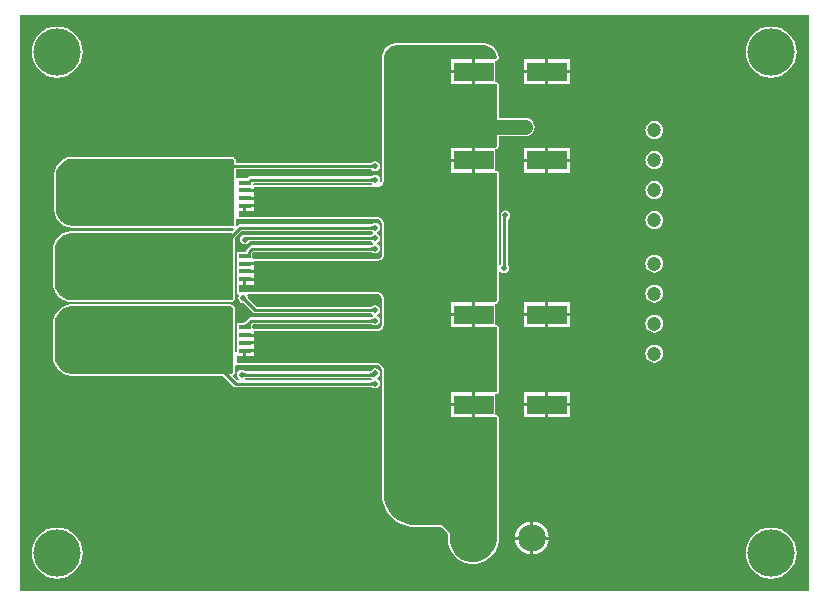
<source format=gtl>
G04*
G04 #@! TF.GenerationSoftware,Altium Limited,Altium Designer,20.0.12 (288)*
G04*
G04 Layer_Physical_Order=1*
G04 Layer_Color=255*
%FSLAX25Y25*%
%MOIN*%
G70*
G01*
G75*
%ADD11C,0.01000*%
%ADD12R,0.13386X0.06299*%
%ADD13R,0.03898X0.01595*%
%ADD14R,0.06791X0.08799*%
%ADD25C,0.05000*%
%ADD26C,0.04724*%
%ADD27C,0.15748*%
%ADD28O,0.09252X0.08858*%
%ADD29C,0.08858*%
%ADD30C,0.11811*%
%ADD31C,0.05000*%
%ADD32C,0.02000*%
G36*
X394500Y153500D02*
X131500D01*
Y345500D01*
X394500D01*
Y153500D01*
D02*
G37*
%LPC*%
G36*
X256771Y335996D02*
X256710Y335971D01*
X256645Y335985D01*
X255828Y335834D01*
X255772Y335797D01*
X255706Y335798D01*
X254934Y335490D01*
X254887Y335444D01*
X254821Y335431D01*
X254125Y334979D01*
X254087Y334924D01*
X254025Y334899D01*
X253431Y334319D01*
X253404Y334258D01*
X253348Y334222D01*
X252878Y333537D01*
X252865Y333472D01*
X252817Y333426D01*
X252510Y332712D01*
X252510Y332652D01*
X252475Y332604D01*
X252368Y332149D01*
X252380Y332072D01*
X252351Y332000D01*
X252350Y290532D01*
X252315Y290172D01*
X252028Y289479D01*
X251815Y289266D01*
X251706Y289274D01*
X251452Y289793D01*
X251507Y289876D01*
X251631Y290500D01*
X251507Y291124D01*
X251153Y291653D01*
X250624Y292007D01*
X250000Y292131D01*
X249376Y292007D01*
X248937Y291714D01*
X248916Y291707D01*
X248903Y291704D01*
X248891Y291703D01*
X248887Y291701D01*
X248878Y291699D01*
X248862Y291688D01*
X248855Y291686D01*
X248853Y291684D01*
X248832Y291678D01*
X248797Y291670D01*
X248756Y291663D01*
X248609Y291651D01*
X248522Y291649D01*
X248458Y291621D01*
X208535D01*
X208105Y291536D01*
X207742Y291293D01*
X207741Y291293D01*
X207346Y290897D01*
X204150D01*
X203951Y290897D01*
X203649Y291272D01*
Y293879D01*
X248449D01*
X248509Y293851D01*
X248695Y293844D01*
X248748Y293838D01*
X248797Y293830D01*
X248832Y293822D01*
X248853Y293816D01*
X248855Y293814D01*
X248862Y293812D01*
X248878Y293801D01*
X248887Y293799D01*
X248891Y293797D01*
X248903Y293796D01*
X248916Y293793D01*
X248937Y293786D01*
X249376Y293493D01*
X250000Y293369D01*
X250624Y293493D01*
X251153Y293847D01*
X251507Y294376D01*
X251631Y295000D01*
X251507Y295624D01*
X251153Y296153D01*
X250624Y296507D01*
X250000Y296631D01*
X249376Y296507D01*
X248937Y296214D01*
X248916Y296207D01*
X248903Y296204D01*
X248891Y296203D01*
X248887Y296201D01*
X248878Y296199D01*
X248862Y296188D01*
X248855Y296186D01*
X248853Y296184D01*
X248832Y296178D01*
X248797Y296170D01*
X248756Y296163D01*
X248609Y296151D01*
X248522Y296149D01*
X248458Y296122D01*
X203649D01*
Y296699D01*
X203600Y296818D01*
Y296947D01*
X203448Y297315D01*
X203356Y297406D01*
X203307Y297526D01*
X203026Y297807D01*
X202906Y297856D01*
X202815Y297948D01*
X202448Y298100D01*
X202318D01*
X202199Y298149D01*
X148909D01*
X148848Y298124D01*
X148782Y298137D01*
X147623Y297906D01*
X147568Y297869D01*
X147501D01*
X146409Y297417D01*
X146362Y297370D01*
X146297Y297357D01*
X145314Y296701D01*
X145277Y296645D01*
X145216Y296620D01*
X144380Y295784D01*
X144355Y295723D01*
X144299Y295686D01*
X143643Y294703D01*
X143630Y294638D01*
X143583Y294591D01*
X143131Y293499D01*
Y293432D01*
X143094Y293377D01*
X142863Y292218D01*
X142876Y292152D01*
X142851Y292091D01*
Y291500D01*
Y280409D01*
X142876Y280348D01*
X142863Y280282D01*
X143094Y279123D01*
X143131Y279068D01*
Y279001D01*
X143583Y277909D01*
X143630Y277862D01*
X143643Y277797D01*
X144299Y276814D01*
X144355Y276777D01*
X144380Y276716D01*
X145216Y275880D01*
X145277Y275855D01*
X145314Y275799D01*
X146297Y275143D01*
X146362Y275130D01*
X146409Y275083D01*
X147501Y274631D01*
X147568D01*
X147623Y274594D01*
X148782Y274363D01*
X148848Y274376D01*
X148909Y274351D01*
X202199D01*
X202318Y274400D01*
X202447D01*
X202719Y274513D01*
X203003Y274089D01*
X202207Y273293D01*
X202091Y273341D01*
X201961D01*
X201842Y273391D01*
X148552D01*
X148491Y273365D01*
X148425Y273378D01*
X147266Y273148D01*
X147211Y273111D01*
X147144D01*
X146053Y272658D01*
X146006Y272611D01*
X145940Y272598D01*
X144958Y271942D01*
X144921Y271886D01*
X144859Y271861D01*
X144024Y271025D01*
X143998Y270964D01*
X143943Y270927D01*
X143286Y269944D01*
X143273Y269879D01*
X143226Y269832D01*
X142774Y268740D01*
Y268673D01*
X142737Y268618D01*
X142506Y267459D01*
X142519Y267394D01*
X142494Y267332D01*
Y256241D01*
Y255650D01*
X142519Y255589D01*
X142506Y255524D01*
X142737Y254364D01*
X142774Y254309D01*
Y254243D01*
X143226Y253151D01*
X143273Y253104D01*
X143286Y253038D01*
X143943Y252056D01*
X143998Y252019D01*
X144024Y251957D01*
X144859Y251121D01*
X144921Y251096D01*
X144958Y251041D01*
X145940Y250384D01*
X146006Y250371D01*
X146053Y250324D01*
X147144Y249872D01*
X147211D01*
X147266Y249835D01*
X148425Y249604D01*
X148491Y249617D01*
X148552Y249592D01*
X201842D01*
X201961Y249641D01*
X202091D01*
X202458Y249794D01*
X202550Y249885D01*
X202669Y249934D01*
X202950Y250216D01*
X203000Y250335D01*
X203091Y250426D01*
X203243Y250794D01*
Y250923D01*
X203293Y251042D01*
Y271206D01*
X205465Y273378D01*
X248449D01*
X248509Y273351D01*
X248695Y273344D01*
X248748Y273338D01*
X248797Y273330D01*
X248832Y273322D01*
X248853Y273316D01*
X248855Y273314D01*
X248862Y273312D01*
X248878Y273301D01*
X248887Y273299D01*
X248891Y273297D01*
X248903Y273296D01*
X248916Y273293D01*
X248937Y273286D01*
X249348Y273011D01*
X249376Y272798D01*
Y272702D01*
X249348Y272489D01*
X248937Y272214D01*
X248916Y272207D01*
X248903Y272204D01*
X248891Y272203D01*
X248887Y272201D01*
X248878Y272199D01*
X248862Y272188D01*
X248855Y272186D01*
X248853Y272184D01*
X248832Y272178D01*
X248797Y272170D01*
X248756Y272163D01*
X248609Y272151D01*
X248522Y272149D01*
X248458Y272122D01*
X208013D01*
X207938Y272149D01*
X207305Y272122D01*
X207000D01*
X207000Y272122D01*
X206915Y272105D01*
X206784Y272099D01*
X206747Y272082D01*
X206500Y272131D01*
X205876Y272007D01*
X205346Y271654D01*
X204993Y271124D01*
X204869Y270500D01*
X204993Y269876D01*
X205346Y269346D01*
X205876Y268993D01*
X206500Y268869D01*
X207124Y268993D01*
X207653Y269346D01*
X207987Y269846D01*
X208024Y269849D01*
X208115Y269851D01*
X208150Y269866D01*
X208186Y269856D01*
X208224Y269879D01*
X248449D01*
X248509Y269851D01*
X248695Y269844D01*
X248748Y269838D01*
X248797Y269830D01*
X248832Y269822D01*
X248853Y269816D01*
X248855Y269814D01*
X248862Y269812D01*
X248878Y269801D01*
X248887Y269799D01*
X248891Y269797D01*
X248903Y269796D01*
X248916Y269793D01*
X248937Y269786D01*
X249348Y269511D01*
X249376Y269298D01*
Y269202D01*
X249348Y268989D01*
X248937Y268714D01*
X248916Y268707D01*
X248903Y268704D01*
X248891Y268703D01*
X248887Y268701D01*
X248878Y268699D01*
X248862Y268688D01*
X248855Y268686D01*
X248853Y268684D01*
X248832Y268678D01*
X248797Y268670D01*
X248756Y268663D01*
X248609Y268651D01*
X248522Y268649D01*
X248458Y268621D01*
X209035D01*
X209035Y268622D01*
X208605Y268536D01*
X208242Y268293D01*
X208242Y268293D01*
X207156Y267207D01*
X206913Y266843D01*
X206854Y266549D01*
X206831Y266496D01*
X203951D01*
Y263701D01*
Y261103D01*
Y258504D01*
Y255906D01*
X203951D01*
X203991Y255846D01*
X203851Y255506D01*
Y253000D01*
X204041Y252541D01*
X204403Y252391D01*
X204590Y252039D01*
X204644Y251851D01*
X204493Y251624D01*
X204369Y251000D01*
X204493Y250376D01*
X204847Y249847D01*
X205376Y249493D01*
X205893Y249390D01*
X205913Y249380D01*
X205924Y249373D01*
X205933Y249365D01*
X205938Y249364D01*
X205946Y249359D01*
X205965Y249355D01*
X205971Y249352D01*
X205973Y249352D01*
X205993Y249341D01*
X206024Y249322D01*
X206057Y249298D01*
X206170Y249202D01*
X206233Y249142D01*
X206297Y249117D01*
X209207Y246207D01*
X209571Y245964D01*
X210000Y245879D01*
X210000Y245879D01*
X248449D01*
X248509Y245851D01*
X248695Y245844D01*
X248748Y245838D01*
X248796Y245830D01*
X248832Y245822D01*
X248853Y245816D01*
X248855Y245814D01*
X248862Y245812D01*
X248878Y245801D01*
X248887Y245799D01*
X248891Y245797D01*
X248902Y245796D01*
X248916Y245793D01*
X248937Y245786D01*
X249348Y245511D01*
X249376Y245298D01*
Y245202D01*
X249348Y244989D01*
X248937Y244714D01*
X248916Y244707D01*
X248903Y244704D01*
X248891Y244703D01*
X248887Y244701D01*
X248878Y244699D01*
X248862Y244688D01*
X248855Y244686D01*
X248853Y244684D01*
X248832Y244678D01*
X248797Y244670D01*
X248756Y244663D01*
X248609Y244651D01*
X248522Y244649D01*
X248458Y244621D01*
X208705D01*
X208276Y244536D01*
X207912Y244293D01*
X207912Y244293D01*
X206901Y243283D01*
X206838Y243258D01*
X206707Y243134D01*
X206593Y243036D01*
X206483Y242953D01*
X206378Y242885D01*
X206280Y242829D01*
X206187Y242787D01*
X206101Y242756D01*
X206019Y242735D01*
X205942Y242723D01*
X205835Y242717D01*
X205784Y242692D01*
X203951D01*
Y239898D01*
Y237300D01*
Y232754D01*
X203793Y232665D01*
X203293Y232957D01*
Y247440D01*
X203243Y247559D01*
Y247689D01*
X203091Y248056D01*
X203000Y248148D01*
X202950Y248267D01*
X202669Y248548D01*
X202550Y248598D01*
X202458Y248689D01*
X202091Y248841D01*
X201961D01*
X201842Y248891D01*
X148552D01*
X148491Y248865D01*
X148425Y248878D01*
X147266Y248648D01*
X147211Y248611D01*
X147144D01*
X146053Y248158D01*
X146006Y248111D01*
X145940Y248098D01*
X144958Y247442D01*
X144921Y247386D01*
X144859Y247361D01*
X144024Y246525D01*
X143998Y246464D01*
X143943Y246427D01*
X143286Y245444D01*
X143273Y245379D01*
X143226Y245332D01*
X142774Y244240D01*
Y244173D01*
X142737Y244118D01*
X142506Y242959D01*
X142519Y242894D01*
X142494Y242832D01*
Y231741D01*
Y231150D01*
X142519Y231089D01*
X142506Y231024D01*
X142737Y229864D01*
X142774Y229809D01*
Y229743D01*
X143226Y228651D01*
X143273Y228604D01*
X143286Y228538D01*
X143943Y227556D01*
X143998Y227519D01*
X144024Y227457D01*
X144859Y226622D01*
X144921Y226596D01*
X144958Y226541D01*
X145940Y225884D01*
X146006Y225871D01*
X146053Y225824D01*
X147144Y225372D01*
X147211D01*
X147266Y225335D01*
X148425Y225104D01*
X148491Y225117D01*
X148552Y225092D01*
X199322D01*
X202707Y221707D01*
X202707Y221707D01*
X203071Y221464D01*
X203500Y221378D01*
X248449D01*
X248509Y221351D01*
X248695Y221344D01*
X248748Y221338D01*
X248797Y221330D01*
X248832Y221322D01*
X248853Y221316D01*
X248855Y221314D01*
X248862Y221312D01*
X248878Y221301D01*
X248887Y221299D01*
X248891Y221297D01*
X248903Y221296D01*
X248916Y221293D01*
X248937Y221286D01*
X249376Y220993D01*
X250000Y220869D01*
X250624Y220993D01*
X251153Y221346D01*
X251507Y221876D01*
X251631Y222500D01*
X251507Y223124D01*
X251153Y223654D01*
X250652Y223989D01*
X250624Y224202D01*
Y224298D01*
X250652Y224511D01*
X251153Y224847D01*
X251507Y225376D01*
X251631Y226000D01*
X251507Y226624D01*
X251153Y227153D01*
X250624Y227507D01*
X250000Y227631D01*
X249376Y227507D01*
X248847Y227153D01*
X248513Y226654D01*
X248476Y226651D01*
X248385Y226649D01*
X248350Y226634D01*
X248314Y226644D01*
X248276Y226622D01*
X207051D01*
X206991Y226649D01*
X206805Y226656D01*
X206752Y226662D01*
X206703Y226670D01*
X206668Y226678D01*
X206647Y226684D01*
X206645Y226686D01*
X206638Y226688D01*
X206622Y226699D01*
X206613Y226701D01*
X206609Y226703D01*
X206597Y226704D01*
X206584Y226707D01*
X206563Y226714D01*
X206124Y227007D01*
X205500Y227131D01*
X204876Y227007D01*
X204346Y226654D01*
X203993Y226124D01*
X203869Y225500D01*
X203993Y224876D01*
X204346Y224346D01*
X204683Y224121D01*
X204531Y223622D01*
X203965D01*
X202663Y224923D01*
X202669Y225434D01*
X202950Y225716D01*
X203000Y225835D01*
X203091Y225926D01*
X203243Y226294D01*
Y226423D01*
X203293Y226542D01*
Y228386D01*
X203793Y228686D01*
X204000Y228601D01*
X226750D01*
X250468Y228601D01*
X250828Y228565D01*
X251521Y228278D01*
X252028Y227771D01*
X252315Y227078D01*
X252351Y226716D01*
X252351Y219000D01*
X252351Y185500D01*
X252350Y184515D01*
X252376Y184454D01*
X252363Y184388D01*
X252747Y182456D01*
X252784Y182401D01*
Y182335D01*
X253538Y180515D01*
X253585Y180468D01*
X253598Y180402D01*
X254692Y178765D01*
X254748Y178728D01*
X254773Y178666D01*
X256166Y177273D01*
X256227Y177248D01*
X256264Y177192D01*
X257902Y176098D01*
X257967Y176085D01*
X258015Y176038D01*
X259835Y175284D01*
X259901D01*
X259956Y175247D01*
X261888Y174863D01*
X261953Y174876D01*
X262015Y174850D01*
X263000Y174851D01*
X270484Y174850D01*
X270861Y174832D01*
X271617Y174682D01*
X272314Y174393D01*
X272941Y173974D01*
X273474Y173441D01*
X273893Y172814D01*
X274182Y172117D01*
X274332Y171361D01*
X274350Y170985D01*
X274351Y170985D01*
Y169761D01*
X274376Y169700D01*
X274363Y169635D01*
X274651Y168186D01*
X274688Y168130D01*
Y168064D01*
X275254Y166699D01*
X275301Y166652D01*
X275314Y166587D01*
X276134Y165358D01*
X276190Y165321D01*
X276215Y165260D01*
X277260Y164215D01*
X277321Y164190D01*
X277358Y164134D01*
X278587Y163314D01*
X278652Y163301D01*
X278699Y163254D01*
X280064Y162688D01*
X280130D01*
X280186Y162651D01*
X281635Y162363D01*
X281700Y162376D01*
X281761Y162351D01*
X283288D01*
X283349Y162376D01*
X283415Y162363D01*
X284960Y162671D01*
X285016Y162707D01*
X285082D01*
X286538Y163311D01*
X286585Y163357D01*
X286650Y163371D01*
X287961Y164246D01*
X287998Y164301D01*
X288059Y164327D01*
X289173Y165441D01*
X289199Y165503D01*
X289254Y165540D01*
X290129Y166850D01*
X290142Y166915D01*
X290190Y166962D01*
X290793Y168418D01*
Y168484D01*
X290829Y168540D01*
X291137Y170085D01*
X291124Y170151D01*
X291149Y170212D01*
Y171000D01*
Y210855D01*
X291146Y210863D01*
X291149Y210871D01*
X291137Y211366D01*
X291040Y211586D01*
X290947Y211810D01*
X290940Y211813D01*
X290936Y211820D01*
X290711Y211907D01*
X290488Y212000D01*
X290088Y212000D01*
Y219000D01*
X290488Y219000D01*
X290711Y219093D01*
X290936Y219180D01*
X290940Y219187D01*
X290947Y219190D01*
X291040Y219413D01*
X291137Y219634D01*
X291149Y220129D01*
X291146Y220137D01*
X291149Y220145D01*
Y221000D01*
Y240855D01*
X291146Y240863D01*
X291149Y240871D01*
X291137Y241366D01*
X291040Y241586D01*
X290947Y241810D01*
X290940Y241813D01*
X290936Y241820D01*
X290711Y241907D01*
X290488Y242000D01*
X290088Y242000D01*
Y249037D01*
X290229Y249095D01*
X290457Y249188D01*
X290957Y249683D01*
X290958Y249685D01*
X290959Y249686D01*
X291054Y249913D01*
X291149Y250142D01*
X291149Y250143D01*
X291149Y250145D01*
Y259990D01*
X291649Y260141D01*
X291846Y259846D01*
X292376Y259493D01*
X293000Y259369D01*
X293624Y259493D01*
X294153Y259846D01*
X294507Y260376D01*
X294631Y261000D01*
X294507Y261624D01*
X294214Y262063D01*
X294207Y262084D01*
X294204Y262098D01*
X294203Y262109D01*
X294201Y262113D01*
X294199Y262122D01*
X294188Y262138D01*
X294186Y262145D01*
X294184Y262147D01*
X294178Y262168D01*
X294170Y262204D01*
X294163Y262244D01*
X294151Y262391D01*
X294149Y262478D01*
X294122Y262542D01*
Y276926D01*
X294149Y276989D01*
X294151Y277080D01*
X294156Y277140D01*
X294162Y277184D01*
X294164Y277192D01*
X294543Y277445D01*
X294897Y277974D01*
X295021Y278598D01*
X294897Y279223D01*
X294543Y279752D01*
X294014Y280106D01*
X293389Y280230D01*
X292765Y280106D01*
X292699Y280062D01*
X292571Y280036D01*
X292207Y279793D01*
X291964Y279429D01*
X291940Y279309D01*
X291882Y279223D01*
X291758Y278598D01*
X291833Y278222D01*
X291818Y278181D01*
X291851Y277509D01*
X291879Y277452D01*
Y277356D01*
X291878Y277354D01*
X291879Y277353D01*
Y262551D01*
X291851Y262491D01*
X291844Y262305D01*
X291843Y262297D01*
X291757Y262189D01*
X291649Y262105D01*
X291350Y262183D01*
X291283Y262223D01*
X291149Y262388D01*
Y292355D01*
X291146Y292363D01*
X291149Y292371D01*
X291137Y292866D01*
X291040Y293087D01*
X290947Y293310D01*
X290940Y293313D01*
X290936Y293320D01*
X290711Y293408D01*
X290488Y293500D01*
X290088Y293500D01*
Y300537D01*
X290228Y300595D01*
X290457Y300688D01*
X290957Y301183D01*
X290958Y301185D01*
X290959Y301185D01*
X291054Y301414D01*
X291149Y301642D01*
X291149Y301643D01*
X291149Y301645D01*
Y304873D01*
X300000D01*
X300809Y304980D01*
X301563Y305292D01*
X302211Y305789D01*
X302708Y306437D01*
X303020Y307191D01*
X303127Y308000D01*
X303020Y308809D01*
X302708Y309563D01*
X302211Y310211D01*
X301563Y310708D01*
X300809Y311020D01*
X300000Y311127D01*
X291149D01*
X291149Y321855D01*
X291146Y321863D01*
X291149Y321871D01*
X291137Y322366D01*
X291040Y322587D01*
X290947Y322810D01*
X290940Y322813D01*
X290936Y322820D01*
X290711Y322907D01*
X290488Y323000D01*
X290088Y323000D01*
Y330009D01*
X290293Y330094D01*
X290521Y330185D01*
X291006Y330658D01*
X291012Y330672D01*
X291026Y330678D01*
X291109Y330898D01*
X291202Y331115D01*
X291196Y331129D01*
X291202Y331143D01*
X291195Y331362D01*
X291168Y331422D01*
X291179Y331488D01*
X290976Y332363D01*
X290937Y332417D01*
X290935Y332484D01*
X290565Y333303D01*
X290517Y333349D01*
X290502Y333414D01*
X289980Y334145D01*
X289923Y334180D01*
X289896Y334241D01*
X289241Y334856D01*
X289179Y334879D01*
X289140Y334934D01*
X288377Y335409D01*
X288312Y335420D01*
X288263Y335466D01*
X287435Y335779D01*
X287370Y335777D01*
X287316Y335811D01*
X286865Y335889D01*
X286863Y335889D01*
X286861Y335890D01*
X286857Y335891D01*
X286802Y335878D01*
X286750Y335899D01*
X258068Y335899D01*
X257729Y335971D01*
X257663Y335959D01*
X257602Y335985D01*
X256771Y335996D01*
D02*
G37*
G36*
X314898Y330650D02*
X307705D01*
Y327000D01*
X314898D01*
Y330650D01*
D02*
G37*
G36*
X306705D02*
X299512D01*
Y327000D01*
X306705D01*
Y330650D01*
D02*
G37*
G36*
X382000Y341515D02*
X380339Y341351D01*
X378741Y340867D01*
X377269Y340080D01*
X375979Y339021D01*
X374920Y337731D01*
X374133Y336259D01*
X373649Y334661D01*
X373485Y333000D01*
X373649Y331339D01*
X374133Y329741D01*
X374920Y328269D01*
X375979Y326979D01*
X377269Y325920D01*
X378741Y325133D01*
X380339Y324649D01*
X382000Y324485D01*
X383661Y324649D01*
X385259Y325133D01*
X386731Y325920D01*
X388021Y326979D01*
X389080Y328269D01*
X389867Y329741D01*
X390351Y331339D01*
X390515Y333000D01*
X390351Y334661D01*
X389867Y336259D01*
X389080Y337731D01*
X388021Y339021D01*
X386731Y340080D01*
X385259Y340867D01*
X383661Y341351D01*
X382000Y341515D01*
D02*
G37*
G36*
X144000D02*
X142339Y341351D01*
X140742Y340867D01*
X139269Y340080D01*
X137979Y339021D01*
X136920Y337731D01*
X136133Y336259D01*
X135649Y334661D01*
X135485Y333000D01*
X135649Y331339D01*
X136133Y329741D01*
X136920Y328269D01*
X137979Y326979D01*
X139269Y325920D01*
X140742Y325133D01*
X142339Y324649D01*
X144000Y324485D01*
X145661Y324649D01*
X147258Y325133D01*
X148731Y325920D01*
X150021Y326979D01*
X151080Y328269D01*
X151867Y329741D01*
X152351Y331339D01*
X152515Y333000D01*
X152351Y334661D01*
X151867Y336259D01*
X151080Y337731D01*
X150021Y339021D01*
X148731Y340080D01*
X147258Y340867D01*
X145661Y341351D01*
X144000Y341515D01*
D02*
G37*
G36*
X314898Y326000D02*
X307705D01*
Y322350D01*
X314898D01*
Y326000D01*
D02*
G37*
G36*
X306705D02*
X299512D01*
Y322350D01*
X306705D01*
Y326000D01*
D02*
G37*
G36*
X343000Y309988D02*
X342227Y309886D01*
X341506Y309588D01*
X340887Y309113D01*
X340412Y308494D01*
X340114Y307773D01*
X340012Y307000D01*
X340114Y306227D01*
X340412Y305506D01*
X340887Y304887D01*
X341506Y304413D01*
X342227Y304114D01*
X343000Y304012D01*
X343773Y304114D01*
X344494Y304413D01*
X345113Y304887D01*
X345587Y305506D01*
X345886Y306227D01*
X345988Y307000D01*
X345886Y307773D01*
X345587Y308494D01*
X345113Y309113D01*
X344494Y309588D01*
X343773Y309886D01*
X343000Y309988D01*
D02*
G37*
G36*
X314898Y301150D02*
X307705D01*
Y297500D01*
X314898D01*
Y301150D01*
D02*
G37*
G36*
X306705D02*
X299512D01*
Y297500D01*
X306705D01*
Y301150D01*
D02*
G37*
G36*
X343000Y299988D02*
X342227Y299886D01*
X341506Y299587D01*
X340887Y299113D01*
X340412Y298494D01*
X340114Y297773D01*
X340012Y297000D01*
X340114Y296227D01*
X340412Y295506D01*
X340887Y294887D01*
X341506Y294412D01*
X342227Y294114D01*
X343000Y294012D01*
X343773Y294114D01*
X344494Y294412D01*
X345113Y294887D01*
X345587Y295506D01*
X345886Y296227D01*
X345988Y297000D01*
X345886Y297773D01*
X345587Y298494D01*
X345113Y299113D01*
X344494Y299587D01*
X343773Y299886D01*
X343000Y299988D01*
D02*
G37*
G36*
X314898Y296500D02*
X307705D01*
Y292850D01*
X314898D01*
Y296500D01*
D02*
G37*
G36*
X306705D02*
X299512D01*
Y292850D01*
X306705D01*
Y296500D01*
D02*
G37*
G36*
X343000Y289988D02*
X342227Y289886D01*
X341506Y289587D01*
X340887Y289113D01*
X340412Y288494D01*
X340114Y287773D01*
X340012Y287000D01*
X340114Y286227D01*
X340412Y285506D01*
X340887Y284887D01*
X341506Y284413D01*
X342227Y284114D01*
X343000Y284012D01*
X343773Y284114D01*
X344494Y284413D01*
X345113Y284887D01*
X345587Y285506D01*
X345886Y286227D01*
X345988Y287000D01*
X345886Y287773D01*
X345587Y288494D01*
X345113Y289113D01*
X344494Y289587D01*
X343773Y289886D01*
X343000Y289988D01*
D02*
G37*
G36*
Y279988D02*
X342227Y279886D01*
X341506Y279588D01*
X340887Y279113D01*
X340412Y278494D01*
X340114Y277773D01*
X340012Y277000D01*
X340114Y276227D01*
X340412Y275506D01*
X340887Y274887D01*
X341506Y274412D01*
X342227Y274114D01*
X343000Y274012D01*
X343773Y274114D01*
X344494Y274412D01*
X345113Y274887D01*
X345587Y275506D01*
X345886Y276227D01*
X345988Y277000D01*
X345886Y277773D01*
X345587Y278494D01*
X345113Y279113D01*
X344494Y279588D01*
X343773Y279886D01*
X343000Y279988D01*
D02*
G37*
G36*
Y265488D02*
X342227Y265386D01*
X341506Y265088D01*
X340887Y264613D01*
X340412Y263994D01*
X340114Y263273D01*
X340012Y262500D01*
X340114Y261727D01*
X340412Y261006D01*
X340887Y260387D01*
X341506Y259912D01*
X342227Y259614D01*
X343000Y259512D01*
X343773Y259614D01*
X344494Y259912D01*
X345113Y260387D01*
X345587Y261006D01*
X345886Y261727D01*
X345988Y262500D01*
X345886Y263273D01*
X345587Y263994D01*
X345113Y264613D01*
X344494Y265088D01*
X343773Y265386D01*
X343000Y265488D01*
D02*
G37*
G36*
Y255488D02*
X342227Y255386D01*
X341506Y255087D01*
X340887Y254613D01*
X340412Y253994D01*
X340114Y253273D01*
X340012Y252500D01*
X340114Y251727D01*
X340412Y251006D01*
X340887Y250387D01*
X341506Y249913D01*
X342227Y249614D01*
X343000Y249512D01*
X343773Y249614D01*
X344494Y249913D01*
X345113Y250387D01*
X345587Y251006D01*
X345886Y251727D01*
X345988Y252500D01*
X345886Y253273D01*
X345587Y253994D01*
X345113Y254613D01*
X344494Y255087D01*
X343773Y255386D01*
X343000Y255488D01*
D02*
G37*
G36*
X314898Y249650D02*
X307705D01*
Y246000D01*
X314898D01*
Y249650D01*
D02*
G37*
G36*
X306705D02*
X299512D01*
Y246000D01*
X306705D01*
Y249650D01*
D02*
G37*
G36*
X314898Y245000D02*
X307705D01*
Y241350D01*
X314898D01*
Y245000D01*
D02*
G37*
G36*
X306705D02*
X299512D01*
Y241350D01*
X306705D01*
Y245000D01*
D02*
G37*
G36*
X343000Y245488D02*
X342227Y245386D01*
X341506Y245088D01*
X340887Y244613D01*
X340412Y243994D01*
X340114Y243273D01*
X340012Y242500D01*
X340114Y241727D01*
X340412Y241006D01*
X340887Y240387D01*
X341506Y239913D01*
X342227Y239614D01*
X343000Y239512D01*
X343773Y239614D01*
X344494Y239913D01*
X345113Y240387D01*
X345587Y241006D01*
X345886Y241727D01*
X345988Y242500D01*
X345886Y243273D01*
X345587Y243994D01*
X345113Y244613D01*
X344494Y245088D01*
X343773Y245386D01*
X343000Y245488D01*
D02*
G37*
G36*
Y235488D02*
X342227Y235386D01*
X341506Y235087D01*
X340887Y234613D01*
X340412Y233994D01*
X340114Y233273D01*
X340012Y232500D01*
X340114Y231727D01*
X340412Y231006D01*
X340887Y230387D01*
X341506Y229912D01*
X342227Y229614D01*
X343000Y229512D01*
X343773Y229614D01*
X344494Y229912D01*
X345113Y230387D01*
X345587Y231006D01*
X345886Y231727D01*
X345988Y232500D01*
X345886Y233273D01*
X345587Y233994D01*
X345113Y234613D01*
X344494Y235087D01*
X343773Y235386D01*
X343000Y235488D01*
D02*
G37*
G36*
X314898Y219650D02*
X307705D01*
Y216000D01*
X314898D01*
Y219650D01*
D02*
G37*
G36*
X306705D02*
X299512D01*
Y216000D01*
X306705D01*
Y219650D01*
D02*
G37*
G36*
X314898Y215000D02*
X307705D01*
Y211350D01*
X314898D01*
Y215000D01*
D02*
G37*
G36*
X306705D02*
X299512D01*
Y211350D01*
X306705D01*
Y215000D01*
D02*
G37*
G36*
X302685Y176436D02*
Y171500D01*
X307792D01*
X307671Y172417D01*
X307124Y173738D01*
X306254Y174872D01*
X305120Y175742D01*
X303799Y176289D01*
X302685Y176436D01*
D02*
G37*
G36*
X301685D02*
X300571Y176289D01*
X299250Y175742D01*
X298116Y174872D01*
X297246Y173738D01*
X296699Y172417D01*
X296578Y171500D01*
X301685D01*
Y176436D01*
D02*
G37*
G36*
Y170500D02*
X296578D01*
X296699Y169583D01*
X297246Y168262D01*
X298116Y167128D01*
X299250Y166258D01*
X300571Y165711D01*
X301685Y165564D01*
Y170500D01*
D02*
G37*
G36*
X307792D02*
X302685D01*
Y165564D01*
X303799Y165711D01*
X305120Y166258D01*
X306254Y167128D01*
X307124Y168262D01*
X307671Y169583D01*
X307792Y170500D01*
D02*
G37*
G36*
X382000Y174515D02*
X380339Y174351D01*
X378741Y173867D01*
X377269Y173080D01*
X375979Y172021D01*
X374920Y170731D01*
X374133Y169258D01*
X373649Y167661D01*
X373485Y166000D01*
X373649Y164339D01*
X374133Y162741D01*
X374920Y161269D01*
X375979Y159979D01*
X377269Y158920D01*
X378741Y158133D01*
X380339Y157649D01*
X382000Y157485D01*
X383661Y157649D01*
X385259Y158133D01*
X386731Y158920D01*
X388021Y159979D01*
X389080Y161269D01*
X389867Y162741D01*
X390351Y164339D01*
X390515Y166000D01*
X390351Y167661D01*
X389867Y169258D01*
X389080Y170731D01*
X388021Y172021D01*
X386731Y173080D01*
X385259Y173867D01*
X383661Y174351D01*
X382000Y174515D01*
D02*
G37*
G36*
X144000D02*
X142339Y174351D01*
X140742Y173867D01*
X139269Y173080D01*
X137979Y172021D01*
X136920Y170731D01*
X136133Y169258D01*
X135649Y167661D01*
X135485Y166000D01*
X135649Y164339D01*
X136133Y162741D01*
X136920Y161269D01*
X137979Y159979D01*
X139269Y158920D01*
X140742Y158133D01*
X142339Y157649D01*
X144000Y157485D01*
X145661Y157649D01*
X147258Y158133D01*
X148731Y158920D01*
X150021Y159979D01*
X151080Y161269D01*
X151867Y162741D01*
X152351Y164339D01*
X152515Y166000D01*
X152351Y167661D01*
X151867Y169258D01*
X151080Y170731D01*
X150021Y172021D01*
X148731Y173080D01*
X147258Y173867D01*
X145661Y174351D01*
X144000Y174515D01*
D02*
G37*
%LPD*%
G36*
X249286Y294300D02*
X249243Y294338D01*
X249193Y294372D01*
X249136Y294402D01*
X249072Y294428D01*
X249000Y294450D01*
X248921Y294468D01*
X248835Y294482D01*
X248742Y294492D01*
X248534Y294500D01*
Y295500D01*
X248642Y295502D01*
X248835Y295518D01*
X248921Y295532D01*
X249000Y295550D01*
X249072Y295572D01*
X249136Y295598D01*
X249193Y295628D01*
X249243Y295662D01*
X249286Y295700D01*
Y294300D01*
D02*
G37*
G36*
Y289800D02*
X249243Y289838D01*
X249193Y289872D01*
X249136Y289902D01*
X249072Y289928D01*
X249000Y289950D01*
X248921Y289968D01*
X248835Y289982D01*
X248742Y289992D01*
X248534Y290000D01*
Y291000D01*
X248642Y291002D01*
X248835Y291018D01*
X248921Y291032D01*
X249000Y291050D01*
X249072Y291072D01*
X249136Y291098D01*
X249193Y291128D01*
X249243Y291162D01*
X249286Y291200D01*
Y289800D01*
D02*
G37*
G36*
X248509Y289351D02*
X248695Y289344D01*
X248703Y289343D01*
X248811Y289257D01*
X248895Y289149D01*
X248817Y288849D01*
X248777Y288783D01*
X248611Y288649D01*
X209449D01*
X209106Y288878D01*
X209103Y289021D01*
X209453Y289378D01*
X248449D01*
X248509Y289351D01*
D02*
G37*
G36*
X293756Y277668D02*
X293707Y277643D01*
X293664Y277609D01*
X293625Y277566D01*
X293592Y277514D01*
X293564Y277452D01*
X293541Y277381D01*
X293523Y277301D01*
X293510Y277211D01*
X293503Y277113D01*
X293500Y277005D01*
X292500Y277541D01*
X292466Y278213D01*
X293756Y277668D01*
D02*
G37*
G36*
X202567Y297348D02*
X202848Y297066D01*
X203000Y296699D01*
Y296500D01*
Y276000D01*
Y275801D01*
X202848Y275433D01*
X202567Y275152D01*
X202199Y275000D01*
X148909D01*
X147750Y275231D01*
X146658Y275683D01*
X145675Y276340D01*
X144840Y277175D01*
X144183Y278158D01*
X143731Y279250D01*
X143500Y280409D01*
Y281000D01*
Y291500D01*
Y292091D01*
X143731Y293250D01*
X144183Y294342D01*
X144840Y295325D01*
X145675Y296161D01*
X146658Y296817D01*
X147750Y297269D01*
X148909Y297500D01*
X202199D01*
X202567Y297348D01*
D02*
G37*
G36*
X249286Y273800D02*
X249243Y273838D01*
X249193Y273872D01*
X249136Y273902D01*
X249072Y273928D01*
X249000Y273950D01*
X248921Y273968D01*
X248835Y273982D01*
X248742Y273992D01*
X248534Y274000D01*
Y275000D01*
X248642Y275002D01*
X248835Y275018D01*
X248921Y275032D01*
X249000Y275050D01*
X249072Y275072D01*
X249136Y275098D01*
X249193Y275128D01*
X249243Y275162D01*
X249286Y275200D01*
Y273800D01*
D02*
G37*
G36*
Y270300D02*
X249243Y270338D01*
X249193Y270372D01*
X249136Y270402D01*
X249072Y270428D01*
X249000Y270450D01*
X248921Y270468D01*
X248835Y270482D01*
X248742Y270492D01*
X248534Y270500D01*
Y271500D01*
X248642Y271502D01*
X248835Y271518D01*
X248921Y271532D01*
X249000Y271550D01*
X249072Y271572D01*
X249136Y271598D01*
X249193Y271628D01*
X249243Y271662D01*
X249286Y271700D01*
Y270300D01*
D02*
G37*
G36*
X208100Y270500D02*
X207992Y270497D01*
X207893Y270490D01*
X207805Y270478D01*
X207727Y270460D01*
X207658Y270438D01*
X207600Y270410D01*
X207552Y270378D01*
X207514Y270340D01*
X207486Y270298D01*
X207469Y270251D01*
X206811Y271450D01*
X207966Y271500D01*
X208100Y270500D01*
D02*
G37*
G36*
X249286Y266800D02*
X249243Y266838D01*
X249193Y266872D01*
X249136Y266902D01*
X249072Y266928D01*
X249000Y266950D01*
X248921Y266968D01*
X248835Y266982D01*
X248742Y266992D01*
X248534Y267000D01*
Y268000D01*
X248642Y268002D01*
X248835Y268018D01*
X248921Y268032D01*
X249000Y268050D01*
X249072Y268072D01*
X249136Y268098D01*
X249193Y268128D01*
X249243Y268162D01*
X249286Y268200D01*
Y266800D01*
D02*
G37*
G36*
X208437Y265884D02*
X207418Y265872D01*
X207424Y265877D01*
X207429Y265894D01*
X207434Y265921D01*
X207438Y265959D01*
X207446Y266138D01*
X207449Y266414D01*
X208449D01*
X208437Y265884D01*
D02*
G37*
G36*
X204500Y277351D02*
X250468Y277350D01*
X250828Y277315D01*
X251521Y277028D01*
X252028Y276521D01*
X252315Y275828D01*
X252351Y275468D01*
Y265532D01*
X252325Y265269D01*
X252112Y264757D01*
X251743Y264388D01*
X251231Y264175D01*
X250968Y264149D01*
X209449D01*
X209049Y264417D01*
Y265287D01*
X209070Y265396D01*
Y265833D01*
X209086Y265869D01*
X209088Y265968D01*
X209499Y266378D01*
X248449D01*
X248509Y266351D01*
X248695Y266344D01*
X248748Y266338D01*
X248797Y266330D01*
X248832Y266322D01*
X248853Y266316D01*
X248855Y266314D01*
X248862Y266312D01*
X248878Y266301D01*
X248887Y266299D01*
X248891Y266297D01*
X248903Y266296D01*
X248916Y266293D01*
X248937Y266286D01*
X249376Y265993D01*
X250000Y265869D01*
X250624Y265993D01*
X251153Y266347D01*
X251507Y266876D01*
X251631Y267500D01*
X251507Y268124D01*
X251153Y268653D01*
X250652Y268989D01*
X250624Y269202D01*
Y269298D01*
X250652Y269511D01*
X251153Y269847D01*
X251507Y270376D01*
X251631Y271000D01*
X251507Y271624D01*
X251153Y272153D01*
X250652Y272489D01*
X250624Y272702D01*
Y272798D01*
X250652Y273011D01*
X251153Y273346D01*
X251507Y273876D01*
X251631Y274500D01*
X251507Y275124D01*
X251153Y275654D01*
X250624Y276007D01*
X250000Y276131D01*
X249376Y276007D01*
X248937Y275714D01*
X248916Y275707D01*
X248903Y275704D01*
X248891Y275703D01*
X248887Y275701D01*
X248878Y275699D01*
X248862Y275688D01*
X248855Y275686D01*
X248853Y275684D01*
X248832Y275678D01*
X248797Y275670D01*
X248756Y275663D01*
X248609Y275651D01*
X248522Y275649D01*
X248458Y275622D01*
X205000D01*
X205000Y275622D01*
X204571Y275536D01*
X204207Y275293D01*
X203984Y275172D01*
X203590Y275528D01*
X203600Y275553D01*
Y275682D01*
X203649Y275801D01*
Y277279D01*
X204150Y277496D01*
X204500Y277351D01*
D02*
G37*
G36*
X293502Y262358D02*
X293518Y262165D01*
X293532Y262079D01*
X293550Y262000D01*
X293572Y261929D01*
X293598Y261864D01*
X293628Y261807D01*
X293662Y261757D01*
X293700Y261714D01*
X292300D01*
X292338Y261757D01*
X292372Y261807D01*
X292402Y261864D01*
X292428Y261929D01*
X292450Y262000D01*
X292468Y262079D01*
X292482Y262165D01*
X292492Y262258D01*
X292500Y262466D01*
X293500D01*
X293502Y262358D01*
D02*
G37*
G36*
X202210Y272589D02*
X202491Y272308D01*
X202643Y271940D01*
Y271741D01*
X202643Y271741D01*
X202643D01*
Y251042D01*
X202491Y250675D01*
X202210Y250394D01*
X201842Y250241D01*
X148552D01*
X147393Y250472D01*
X146301Y250924D01*
X145318Y251581D01*
X144483Y252416D01*
X143826Y253399D01*
X143374Y254491D01*
X143143Y255650D01*
Y256241D01*
X143143Y256241D01*
X143143Y256241D01*
Y267332D01*
X143374Y268491D01*
X143826Y269583D01*
X144483Y270566D01*
X145318Y271402D01*
X146301Y272058D01*
X147393Y272511D01*
X148552Y272741D01*
X201842D01*
X202210Y272589D01*
D02*
G37*
G36*
X207003Y250933D02*
X207015Y250873D01*
X207034Y250812D01*
X207061Y250748D01*
X207096Y250682D01*
X207139Y250613D01*
X207190Y250543D01*
X207249Y250470D01*
X207390Y250317D01*
X206683Y249610D01*
X206606Y249685D01*
X206457Y249810D01*
X206387Y249861D01*
X206318Y249904D01*
X206252Y249939D01*
X206188Y249966D01*
X206126Y249985D01*
X206067Y249997D01*
X206010Y250000D01*
X207000Y250990D01*
X207003Y250933D01*
D02*
G37*
G36*
X249286Y246300D02*
X249243Y246338D01*
X249193Y246372D01*
X249136Y246402D01*
X249072Y246428D01*
X249000Y246450D01*
X248921Y246468D01*
X248835Y246482D01*
X248742Y246492D01*
X248534Y246500D01*
X248534Y247500D01*
X248642Y247502D01*
X248835Y247518D01*
X248921Y247532D01*
X249000Y247550D01*
X249072Y247572D01*
X249136Y247598D01*
X249193Y247628D01*
X249243Y247662D01*
X249286Y247700D01*
X249286Y246300D01*
D02*
G37*
G36*
X249286Y242800D02*
X249243Y242838D01*
X249193Y242872D01*
X249136Y242902D01*
X249072Y242928D01*
X249000Y242950D01*
X248921Y242968D01*
X248835Y242982D01*
X248742Y242992D01*
X248534Y243000D01*
Y244000D01*
X248642Y244002D01*
X248835Y244018D01*
X248921Y244032D01*
X249000Y244050D01*
X249072Y244072D01*
X249136Y244098D01*
X249193Y244128D01*
X249243Y244162D01*
X249286Y244200D01*
Y242800D01*
D02*
G37*
G36*
X208649Y242733D02*
X208605Y242675D01*
X208565Y242614D01*
X208531Y242548D01*
X208503Y242479D01*
X208479Y242407D01*
X208460Y242331D01*
X208447Y242251D01*
X208439Y242168D01*
X208437Y242080D01*
X205871Y242069D01*
X206011Y242076D01*
X206151Y242098D01*
X206292Y242135D01*
X206433Y242185D01*
X206574Y242250D01*
X206715Y242329D01*
X206857Y242422D01*
X207000Y242530D01*
X207142Y242652D01*
X207285Y242788D01*
X208699D01*
X208649Y242733D01*
D02*
G37*
G36*
X250468Y252350D02*
X250828Y252315D01*
X251521Y252028D01*
X252028Y251521D01*
X252315Y250828D01*
X252351Y250468D01*
X252350Y242532D01*
X252315Y242172D01*
X252028Y241479D01*
X251521Y240972D01*
X250828Y240685D01*
X250468Y240649D01*
X209449D01*
X209049Y240917D01*
Y241978D01*
X209086Y242061D01*
X209088Y242127D01*
X209092Y242168D01*
X209097Y242202D01*
X209104Y242230D01*
X209112Y242253D01*
X209120Y242272D01*
X209128Y242288D01*
X209137Y242302D01*
X209147Y242315D01*
X209178Y242348D01*
X209189Y242378D01*
X248449D01*
X248509Y242351D01*
X248695Y242344D01*
X248748Y242338D01*
X248797Y242330D01*
X248832Y242322D01*
X248853Y242316D01*
X248855Y242314D01*
X248862Y242312D01*
X248878Y242301D01*
X248887Y242299D01*
X248891Y242297D01*
X248903Y242296D01*
X248916Y242293D01*
X248937Y242286D01*
X249376Y241993D01*
X250000Y241869D01*
X250624Y241993D01*
X251153Y242347D01*
X251507Y242876D01*
X251631Y243500D01*
X251507Y244124D01*
X251153Y244654D01*
X250652Y244989D01*
X250624Y245202D01*
Y245298D01*
X250652Y245511D01*
X251153Y245847D01*
X251507Y246376D01*
X251631Y247000D01*
X251507Y247624D01*
X251153Y248153D01*
X250624Y248507D01*
X250000Y248631D01*
X249376Y248507D01*
X248937Y248214D01*
X248917Y248207D01*
X248903Y248204D01*
X248891Y248203D01*
X248887Y248201D01*
X248878Y248199D01*
X248862Y248188D01*
X248855Y248186D01*
X248853Y248184D01*
X248832Y248178D01*
X248797Y248170D01*
X248756Y248163D01*
X248609Y248151D01*
X248522Y248149D01*
X248458Y248122D01*
X210465D01*
X207890Y250697D01*
X207867Y250758D01*
X207740Y250894D01*
X207707Y250936D01*
X207678Y250976D01*
X207659Y251007D01*
X207648Y251027D01*
X207648Y251029D01*
X207645Y251035D01*
X207641Y251054D01*
X207636Y251062D01*
X207635Y251067D01*
X207627Y251076D01*
X207620Y251087D01*
X207610Y251107D01*
X207507Y251624D01*
X207356Y251851D01*
X207623Y252351D01*
X250468Y252350D01*
D02*
G37*
G36*
X202210Y248089D02*
X202491Y247808D01*
X202643Y247440D01*
Y247241D01*
X202643Y247241D01*
X202643D01*
Y226542D01*
X202491Y226175D01*
X202210Y225893D01*
X201842Y225741D01*
X148552D01*
X147393Y225972D01*
X146301Y226424D01*
X145318Y227081D01*
X144483Y227917D01*
X143826Y228899D01*
X143374Y229991D01*
X143143Y231150D01*
Y231741D01*
X143143Y231741D01*
X143143Y231741D01*
Y242832D01*
X143374Y243991D01*
X143826Y245083D01*
X144483Y246066D01*
X145318Y246902D01*
X146301Y247558D01*
X147393Y248011D01*
X148552Y248241D01*
X201842D01*
X202210Y248089D01*
D02*
G37*
G36*
X249689Y225050D02*
X248534Y225000D01*
X248400Y226000D01*
X248508Y226003D01*
X248607Y226010D01*
X248695Y226022D01*
X248773Y226040D01*
X248842Y226062D01*
X248900Y226090D01*
X248948Y226122D01*
X248986Y226160D01*
X249014Y226202D01*
X249031Y226249D01*
X249689Y225050D01*
D02*
G37*
G36*
X206257Y226162D02*
X206307Y226128D01*
X206364Y226098D01*
X206429Y226072D01*
X206500Y226050D01*
X206579Y226032D01*
X206665Y226018D01*
X206758Y226008D01*
X206966Y226000D01*
Y225000D01*
X206858Y224998D01*
X206665Y224982D01*
X206579Y224968D01*
X206500Y224950D01*
X206429Y224928D01*
X206364Y224902D01*
X206307Y224872D01*
X206257Y224838D01*
X206214Y224800D01*
Y226200D01*
X206257Y226162D01*
D02*
G37*
G36*
X248562Y224351D02*
X248648Y224355D01*
X248845Y224175D01*
X248916Y224053D01*
X248934Y223996D01*
X248954Y223868D01*
X248853Y223741D01*
X248757Y223663D01*
X248756Y223663D01*
X248609Y223651D01*
X248522Y223649D01*
X248458Y223622D01*
X206821D01*
X206664Y223785D01*
X206527Y224121D01*
X206529Y224127D01*
X206652Y224270D01*
X206738Y224336D01*
X206744Y224337D01*
X206891Y224349D01*
X206978Y224351D01*
X207042Y224378D01*
X248487D01*
X248562Y224351D01*
D02*
G37*
G36*
X249286Y221800D02*
X249243Y221838D01*
X249193Y221872D01*
X249136Y221902D01*
X249072Y221928D01*
X249000Y221950D01*
X248921Y221968D01*
X248835Y221982D01*
X248742Y221992D01*
X248534Y222000D01*
Y223000D01*
X248642Y223002D01*
X248835Y223018D01*
X248921Y223032D01*
X249000Y223050D01*
X249072Y223072D01*
X249136Y223098D01*
X249193Y223128D01*
X249243Y223162D01*
X249286Y223200D01*
Y221800D01*
D02*
G37*
G36*
X257594Y335336D02*
X258000Y335250D01*
X286750Y335250D01*
X286750Y335250D01*
X286750Y335250D01*
X286754Y335249D01*
X287205Y335172D01*
X288034Y334858D01*
X288796Y334383D01*
X289451Y333767D01*
X289973Y333036D01*
X290343Y332217D01*
X290546Y331341D01*
X290553Y331123D01*
X290067Y330650D01*
X283295D01*
Y326500D01*
Y322350D01*
X290000D01*
X290488Y322350D01*
X290500Y321855D01*
X290500Y301645D01*
X290000Y301150D01*
X283295D01*
Y297000D01*
Y292850D01*
X290000D01*
X290488Y292850D01*
X290500Y292355D01*
Y250145D01*
X290000Y249650D01*
X283295D01*
Y245500D01*
Y241350D01*
X290000D01*
X290488Y241350D01*
X290500Y240855D01*
Y221000D01*
Y220145D01*
X290488Y219650D01*
X290000Y219650D01*
X283295D01*
Y215500D01*
Y211350D01*
X290000D01*
X290488Y211350D01*
X290500Y210855D01*
Y171000D01*
Y170212D01*
X290193Y168667D01*
X289590Y167211D01*
X288714Y165900D01*
X287600Y164786D01*
X286289Y163910D01*
X284834Y163307D01*
X283288Y163000D01*
X281761D01*
X280312Y163288D01*
X278947Y163854D01*
X277719Y164674D01*
X276674Y165719D01*
X275854Y166947D01*
X275288Y168312D01*
X275000Y169761D01*
Y171000D01*
X275000Y171000D01*
X275000Y171000D01*
X274999Y171017D01*
X274978Y171441D01*
X274973Y171466D01*
X274806Y172306D01*
X274469Y173121D01*
X273978Y173855D01*
X273355Y174478D01*
X272621Y174969D01*
X271806Y175306D01*
X270941Y175478D01*
X270500Y175500D01*
X263000Y175500D01*
X262015Y175500D01*
X260083Y175884D01*
X258263Y176638D01*
X256625Y177733D01*
X255232Y179125D01*
X254138Y180763D01*
X253384Y182583D01*
X253000Y184515D01*
X253000Y185500D01*
X253000Y219000D01*
X253000Y226750D01*
X253000Y226750D01*
X253000Y226750D01*
X252952Y227238D01*
X252579Y228139D01*
X251889Y228829D01*
X250988Y229202D01*
X250500Y229250D01*
X226750Y229250D01*
X204000D01*
Y231703D01*
X206000D01*
Y233500D01*
X206500D01*
Y234000D01*
X209449D01*
Y234301D01*
Y235598D01*
X206500D01*
Y236598D01*
X209449D01*
Y236900D01*
Y238197D01*
X206500D01*
Y239197D01*
X209449D01*
Y240000D01*
X250500D01*
X250988Y240048D01*
X251889Y240421D01*
X252579Y241111D01*
X252952Y242012D01*
X253000Y242500D01*
X253000Y250500D01*
X253000D01*
X253000Y250500D01*
X252952Y250988D01*
X252579Y251889D01*
X251889Y252579D01*
X250988Y252952D01*
X250500Y253000D01*
X204500Y253000D01*
Y255506D01*
X206000D01*
Y257303D01*
X206500D01*
Y257803D01*
X209449D01*
Y258104D01*
Y259402D01*
X206500D01*
Y260402D01*
X209449D01*
Y260703D01*
Y262000D01*
X206500D01*
Y263000D01*
X209449D01*
Y263500D01*
X251000D01*
X251390Y263538D01*
X252111Y263837D01*
X252663Y264389D01*
X252962Y265110D01*
X253000Y265500D01*
Y275500D01*
X253000D01*
X253000Y275500D01*
X252952Y275988D01*
X252579Y276889D01*
X251889Y277579D01*
X250988Y277952D01*
X250500Y278000D01*
X204500Y278000D01*
Y279907D01*
X206000D01*
Y281705D01*
X206500D01*
Y282205D01*
X209449D01*
Y282506D01*
Y283803D01*
X206500D01*
Y284803D01*
X209449D01*
Y285104D01*
Y286402D01*
X206500D01*
Y287402D01*
X209449D01*
Y288000D01*
X250500D01*
X250988Y288048D01*
X251889Y288421D01*
X252579Y289111D01*
X252952Y290012D01*
X253000Y290500D01*
X253000Y332000D01*
X253000Y332000D01*
X253107Y332456D01*
X253414Y333170D01*
X253884Y333854D01*
X254479Y334434D01*
X255175Y334887D01*
X255946Y335195D01*
X256763Y335347D01*
X257594Y335336D01*
D02*
G37*
%LPC*%
G36*
X282295Y330650D02*
X275102D01*
Y327000D01*
X282295D01*
Y330650D01*
D02*
G37*
G36*
Y326000D02*
X275102D01*
Y322350D01*
X282295D01*
Y326000D01*
D02*
G37*
G36*
Y301150D02*
X275102D01*
Y297500D01*
X282295D01*
Y301150D01*
D02*
G37*
G36*
Y296500D02*
X275102D01*
Y292850D01*
X282295D01*
Y296500D01*
D02*
G37*
G36*
X209449Y281205D02*
X207000D01*
Y279907D01*
X209449D01*
Y281205D01*
D02*
G37*
G36*
Y256803D02*
X207000D01*
Y255506D01*
X209449D01*
Y256803D01*
D02*
G37*
G36*
X282295Y249650D02*
X275102D01*
Y246000D01*
X282295D01*
Y249650D01*
D02*
G37*
G36*
Y245000D02*
X275102D01*
Y241350D01*
X282295D01*
Y245000D01*
D02*
G37*
G36*
X209449Y233000D02*
X207000D01*
Y231703D01*
X209449D01*
Y233000D01*
D02*
G37*
G36*
X282295Y219650D02*
X275102D01*
Y216000D01*
X282295D01*
Y219650D01*
D02*
G37*
G36*
Y215000D02*
X275102D01*
Y211350D01*
X282295D01*
Y215000D01*
D02*
G37*
%LPD*%
D11*
X293000Y261000D02*
Y279000D01*
X198000Y228000D02*
X203500Y222500D01*
X199000Y268500D02*
X205000Y274500D01*
X198000Y295000D02*
X250000D01*
X197500Y294500D02*
X198000Y295000D01*
X207000Y271000D02*
X250000D01*
X206500Y270500D02*
X207000Y271000D01*
X198655Y237398D02*
X200000Y236053D01*
X205000Y274500D02*
X250000D01*
X194748Y289500D02*
X194753Y289505D01*
X205500Y225500D02*
X249500D01*
X250000Y226000D01*
X203500Y222500D02*
X250000D01*
X210000Y247000D02*
X249990D01*
X206000Y251000D02*
X210000Y247000D01*
X206500Y289500D02*
X207652D01*
X207949Y289797D01*
Y289914D01*
X208535Y290500D01*
X250000D01*
X208705Y243500D02*
X250000D01*
X207949Y266414D02*
X209035Y267500D01*
X250000D01*
X206500Y265098D02*
X207652D01*
X207949Y265396D01*
Y266414D01*
X206500Y241295D02*
X208705Y243500D01*
X206500Y281705D02*
X207652D01*
D12*
X282795Y215500D02*
D03*
X307205D02*
D03*
X282795Y245500D02*
D03*
X307205D02*
D03*
X282795Y297000D02*
D03*
X307205D02*
D03*
X282795Y326500D02*
D03*
X307205D02*
D03*
D13*
X194748Y241295D02*
D03*
Y238697D02*
D03*
Y233500D02*
D03*
Y236098D02*
D03*
X206500Y241295D02*
D03*
Y238697D02*
D03*
Y233500D02*
D03*
Y236098D02*
D03*
X194748Y265098D02*
D03*
Y262500D02*
D03*
Y257303D02*
D03*
Y259902D02*
D03*
X206500Y265098D02*
D03*
Y262500D02*
D03*
Y257303D02*
D03*
Y259902D02*
D03*
X194748Y289500D02*
D03*
Y286901D02*
D03*
Y281705D02*
D03*
Y284303D02*
D03*
X206500Y289500D02*
D03*
Y286901D02*
D03*
Y281705D02*
D03*
Y284303D02*
D03*
D14*
X198655Y237398D02*
D03*
Y261201D02*
D03*
Y285602D02*
D03*
D25*
X284000Y308000D02*
X300000D01*
X284000D02*
Y309000D01*
D26*
X343000Y242500D02*
D03*
Y232500D02*
D03*
Y252500D02*
D03*
Y262500D02*
D03*
Y287000D02*
D03*
Y277000D02*
D03*
Y297000D02*
D03*
Y307000D02*
D03*
D27*
X382000Y166000D02*
D03*
Y333000D02*
D03*
X144000D02*
D03*
Y166000D02*
D03*
D28*
X302185Y171000D02*
D03*
D29*
X282500D02*
D03*
D30*
X149705Y281185D02*
D03*
Y261500D02*
D03*
Y241815D02*
D03*
D31*
X376000Y256000D02*
D03*
X372000Y200000D02*
D03*
X352000Y208000D02*
D03*
X380000Y200000D02*
D03*
X384000Y272000D02*
D03*
X324000Y216000D02*
D03*
X360000Y224000D02*
D03*
X316000Y232000D02*
D03*
X312000Y224000D02*
D03*
X376000Y304000D02*
D03*
X384000Y224000D02*
D03*
X380000Y280000D02*
D03*
X376000Y272000D02*
D03*
X356000Y200000D02*
D03*
X332000D02*
D03*
X344000Y192000D02*
D03*
X372000Y264000D02*
D03*
X344000Y208000D02*
D03*
X308000Y232000D02*
D03*
X320000Y240000D02*
D03*
X356000Y312000D02*
D03*
X296000Y224000D02*
D03*
X372000Y216000D02*
D03*
X360000Y208000D02*
D03*
X368000Y224000D02*
D03*
X348000Y200000D02*
D03*
X324000D02*
D03*
X340000Y216000D02*
D03*
X376000Y224000D02*
D03*
X380000Y216000D02*
D03*
X352000Y224000D02*
D03*
X364000Y216000D02*
D03*
X320000Y224000D02*
D03*
X364000Y312000D02*
D03*
X368000Y288000D02*
D03*
X324000Y232000D02*
D03*
X372000D02*
D03*
Y280000D02*
D03*
X384000Y288000D02*
D03*
X348000Y216000D02*
D03*
X336000Y208000D02*
D03*
X384000Y304000D02*
D03*
Y240000D02*
D03*
X336000Y224000D02*
D03*
X328000D02*
D03*
X380000Y232000D02*
D03*
X376000Y192000D02*
D03*
X368040Y255832D02*
D03*
X360000Y192000D02*
D03*
X380000Y312000D02*
D03*
X328000Y192000D02*
D03*
X304000Y224000D02*
D03*
X352040Y271832D02*
D03*
X380000Y264000D02*
D03*
X376000Y208000D02*
D03*
X364000Y200000D02*
D03*
X324000Y248000D02*
D03*
X384000Y256000D02*
D03*
X360000Y304000D02*
D03*
X320000Y192000D02*
D03*
X368000Y304000D02*
D03*
Y192000D02*
D03*
X372000Y312000D02*
D03*
X376000Y288000D02*
D03*
X352000Y192000D02*
D03*
X368000Y272000D02*
D03*
X340000Y200000D02*
D03*
X328000Y208000D02*
D03*
X372040Y247832D02*
D03*
X376000Y240000D02*
D03*
X356000Y216000D02*
D03*
X360040Y271832D02*
D03*
X336000Y192000D02*
D03*
X332000Y216000D02*
D03*
X384000Y208000D02*
D03*
X380000Y248000D02*
D03*
X352000Y304000D02*
D03*
X320000Y208000D02*
D03*
X368000D02*
D03*
X240000Y328000D02*
D03*
Y312000D02*
D03*
X232000Y328000D02*
D03*
X236000Y320000D02*
D03*
X232000Y312000D02*
D03*
X224000Y328000D02*
D03*
X228000Y320000D02*
D03*
X224000Y312000D02*
D03*
X216000Y328000D02*
D03*
X220000Y320000D02*
D03*
X216000Y312000D02*
D03*
X208000Y328000D02*
D03*
X212000Y320000D02*
D03*
X208000Y312000D02*
D03*
X200000Y328000D02*
D03*
X204000Y320000D02*
D03*
X200000Y312000D02*
D03*
X192000Y328000D02*
D03*
X196000Y320000D02*
D03*
X192000Y312000D02*
D03*
X184000Y328000D02*
D03*
X188000Y320000D02*
D03*
X184000Y312000D02*
D03*
X176000Y328000D02*
D03*
X180000Y320000D02*
D03*
X176000Y312000D02*
D03*
X168000Y328000D02*
D03*
X172000Y320000D02*
D03*
X168000Y312000D02*
D03*
X164000Y320000D02*
D03*
X200000Y216000D02*
D03*
Y200000D02*
D03*
X192000Y216000D02*
D03*
X196000Y208000D02*
D03*
X192000Y200000D02*
D03*
X184000Y216000D02*
D03*
X188000Y208000D02*
D03*
X184000Y200000D02*
D03*
X176000Y216000D02*
D03*
X180000Y208000D02*
D03*
X176000Y200000D02*
D03*
X168000Y216000D02*
D03*
X172000Y208000D02*
D03*
X168000Y200000D02*
D03*
X300000Y308000D02*
D03*
D32*
X206500Y270500D02*
D03*
X205500Y225500D02*
D03*
X250000Y226000D02*
D03*
Y222500D02*
D03*
X206000Y251000D02*
D03*
X250000Y247000D02*
D03*
X293000Y261000D02*
D03*
X293389Y278598D02*
D03*
X250000Y290500D02*
D03*
Y243500D02*
D03*
Y271000D02*
D03*
Y267500D02*
D03*
Y274500D02*
D03*
Y295000D02*
D03*
M02*

</source>
